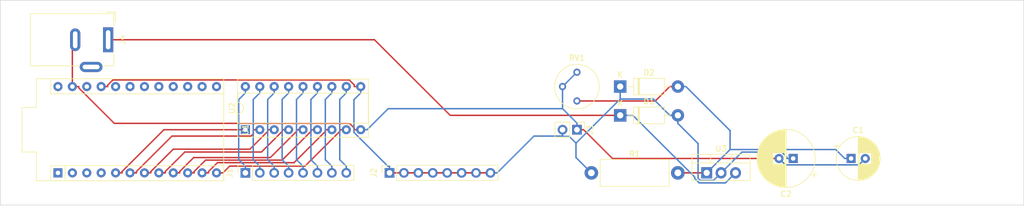
<source format=kicad_pcb>
(kicad_pcb (version 20221018) (generator pcbnew)
  (layers (0 "F.Cu" signal) (31 "B.Cu" signal) (34 "B.Paste" user) (35 "F.Paste" user) (36 "B.SilkS" user "B.Silkscreen") (37 "F.SilkS" user "F.Silkscreen") (38 "B.Mask" user) (39 "F.Mask" user) (44 "Edge.Cuts" user))
  (net 0 "")
  (net 1 "Net-(D2-A)")
  (net 2 "GND")
  (net 3 "VIN")
  (net 4 "VOUT")
  (net 5 "Net-(J1-Pin_1)")
  (net 6 "Net-(J1-Pin_2)")
  (net 7 "Net-(J1-Pin_3)")
  (net 8 "Net-(J1-Pin_4)")
  (net 9 "Net-(J1-Pin_5)")
  (net 10 "Net-(J1-Pin_6)")
  (net 11 "Net-(J1-Pin_7)")
  (net 12 "Net-(J1-Pin_8)")
  (net 24 "Net-(U1-D2)")
  (net 26 "Net-(U1-~D3)")
  (net 27 "Net-(U1-D4{slash}A6)")
  (net 29 "Net-(U1-~D5)")
  (net 30 "Net-(U1-~D6{slash}A7)")
  (net 32 "Net-(U1-D7)")
  (net 33 "Net-(U1-D8{slash}A8)")
  (net 34 "Net-(U1-~D9{slash}A9)")
  (footprint "Arduino:Sparkfun_Pro_Micro" (layer "F.Cu") (at 71.12 127 -90)
    (fp_text reference "U1" (at 7.62 -5.08 90) (layer "F.SilkS"))
    (fp_text value "Sparkfun_Pro_Micro")
    (pad "1" thru_hole rect (at 15.24 27.94 270) (size 1.6 1.6) (drill 0.8) (layers "*.Cu" "*.Mask"))
    (pad "2" thru_hole oval (at 15.24 25.4 270) (size 1.6 1.6) (drill 0.8) (layers "*.Cu" "*.Mask"))
    (pad "3" thru_hole oval (at 15.24 22.86 270) (size 1.6 1.6) (drill 0.8) (layers "*.Cu" "*.Mask"))
    (pad "4" thru_hole oval (at 15.24 20.32 270) (size 1.6 1.6) (drill 0.8) (layers "*.Cu" "*.Mask"))
    (pad "5" thru_hole oval (at 15.24 17.78 270) (size 1.6 1.6) (drill 0.8) (layers "*.Cu" "*.Mask") (net 24 "Net-(U1-D2)"))
    (pad "6" thru_hole oval (at 15.24 15.24 270) (size 1.6 1.6) (drill 0.8) (layers "*.Cu" "*.Mask") (net 26 "Net-(U1-~D3)"))
    (pad "7" thru_hole oval (at 15.24 12.7 270) (size 1.6 1.6) (drill 0.8) (layers "*.Cu" "*.Mask") (net 27 "Net-(U1-D4{slash}A6)"))
    (pad "8" thru_hole oval (at 15.24 10.16 270) (size 1.6 1.6) (drill 0.8) (layers "*.Cu" "*.Mask") (net 29 "Net-(U1-~D5)"))
    (pad "9" thru_hole oval (at 15.24 7.62 270) (size 1.6 1.6) (drill 0.8) (layers "*.Cu" "*.Mask") (net 30 "Net-(U1-~D6{slash}A7)"))
    (pad "10" thru_hole oval (at 15.24 5.08 270) (size 1.6 1.6) (drill 0.8) (layers "*.Cu" "*.Mask") (net 32 "Net-(U1-D7)"))
    (pad "11" thru_hole oval (at 15.24 2.54 270) (size 1.6 1.6) (drill 0.8) (layers "*.Cu" "*.Mask") (net 33 "Net-(U1-D8{slash}A8)"))
    (pad "12" thru_hole oval (at 15.24 0 270) (size 1.6 1.6) (drill 0.8) (layers "*.Cu" "*.Mask") (net 34 "Net-(U1-~D9{slash}A9)"))
    (pad "13" thru_hole oval (at 0 0 270) (size 1.6 1.6) (drill 0.8) (layers "*.Cu" "*.Mask"))
    (pad "14" thru_hole oval (at 0 2.54 270) (size 1.6 1.6) (drill 0.8) (layers "*.Cu" "*.Mask"))
    (pad "15" thru_hole oval (at 0 5.08 270) (size 1.6 1.6) (drill 0.8) (layers "*.Cu" "*.Mask"))
    (pad "16" thru_hole oval (at 0 7.62 270) (size 1.6 1.6) (drill 0.8) (layers "*.Cu" "*.Mask"))
    (pad "17" thru_hole oval (at 0 10.16 270) (size 1.6 1.6) (drill 0.8) (layers "*.Cu" "*.Mask"))
    (pad "18" thru_hole oval (at 0 12.7 270) (size 1.6 1.6) (drill 0.8) (layers "*.Cu" "*.Mask"))
    (pad "19" thru_hole oval (at 0 15.24 270) (size 1.6 1.6) (drill 0.8) (layers "*.Cu" "*.Mask"))
    (pad "20" thru_hole oval (at 0 17.78 270) (size 1.6 1.6) (drill 0.8) (layers "*.Cu" "*.Mask"))
    (pad "21" thru_hole oval (at 0 20.32 270) (size 1.6 1.6) (drill 0.8) (layers "*.Cu" "*.Mask") (net 4 "VOUT"))
    (pad "22" thru_hole oval (at 0 22.86 270) (size 1.6 1.6) (drill 0.8) (layers "*.Cu" "*.Mask"))
    (pad "23" thru_hole oval (at 0 25.4 270) (size 1.6 1.6) (drill 0.8) (layers "*.Cu" "*.Mask") (net 2 "GND"))
    (pad "24" thru_hole oval (at 0 27.94 270) (size 1.6 1.6) (drill 0.8) (layers "*.Cu" "*.Mask"))
  )
  (footprint "Diode_THT:D_DO-41_SOD81_P10.16mm_Horizontal" (layer "F.Cu") (at 142.24 132.08)
    (fp_text reference "D1" (at 5.08 -2.47) (layer "F.SilkS"))
    (fp_text value "1N4001")
    (fp_text user "K" (at 0 -2.1) (layer "F.SilkS"))
    (pad "1" thru_hole rect (at 0 0) (size 2.2 2.2) (drill 1.1) (layers "*.Cu" "*.Mask") (net 3 "VIN"))
    (pad "2" thru_hole oval (at 10.16 0) (size 2.2 2.2) (drill 1.1) (layers "*.Cu" "*.Mask") (net 4 "VOUT"))
  )
  (footprint "Capacitor_THT:CP_Radial_D10.0mm_P2.50mm" (layer "F.Cu") (at 172.72 139.7 180)
    (fp_text reference "C2" (at 1.25 -6.25) (layer "F.SilkS"))
    (fp_text value "C_Polarized")
    (pad "1" thru_hole rect (at 0 0 180) (size 1.6 1.6) (drill 0.8) (layers "*.Cu" "*.Mask") (net 4 "VOUT"))
    (pad "2" thru_hole circle (at 2.5 0 180) (size 1.6 1.6) (drill 0.8) (layers "*.Cu" "*.Mask") (net 2 "GND"))
  )
  (footprint "Connector Barrel Jack - Community:BarrelJack_Wuerth_6941xx301002" (layer "F.Cu") (at 52.02 118.73 -90)
    (fp_text reference "J4" (at 0 -2.5 90) (layer "F.SilkS"))
    (fp_text value "Barrel_Jack")
    (pad "1" thru_hole rect (at 0 0 270) (size 4.4 1.8) (drill oval 3.4 0.8) (layers "*.Cu" "*.Mask") (net 3 "VIN"))
    (pad "2" thru_hole oval (at 0 5.8 270) (size 4 1.8) (drill oval 3 0.8) (layers "*.Cu" "*.Mask") (net 2 "GND"))
    (pad "3" thru_hole oval (at 4.8 3) (size 4 1.8) (drill oval 3 0.8) (layers "*.Cu" "*.Mask"))
  )
  (footprint "Package_DIP:DIP-18_W7.62mm_Socket" (layer "F.Cu") (at 76.2 134.62 90)
    (fp_text reference "U2" (at 3.81 -2.33 90) (layer "F.SilkS"))
    (fp_text value "ULN2803A")
    (pad "1" thru_hole rect (at 0 0 90) (size 1.6 1.6) (drill 0.8) (layers "*.Cu" "*.Mask") (net 24 "Net-(U1-D2)"))
    (pad "2" thru_hole oval (at 0 2.54 90) (size 1.6 1.6) (drill 0.8) (layers "*.Cu" "*.Mask") (net 26 "Net-(U1-~D3)"))
    (pad "3" thru_hole oval (at 0 5.08 90) (size 1.6 1.6) (drill 0.8) (layers "*.Cu" "*.Mask") (net 27 "Net-(U1-D4{slash}A6)"))
    (pad "4" thru_hole oval (at 0 7.62 90) (size 1.6 1.6) (drill 0.8) (layers "*.Cu" "*.Mask") (net 29 "Net-(U1-~D5)"))
    (pad "5" thru_hole oval (at 0 10.16 90) (size 1.6 1.6) (drill 0.8) (layers "*.Cu" "*.Mask") (net 30 "Net-(U1-~D6{slash}A7)"))
    (pad "6" thru_hole oval (at 0 12.7 90) (size 1.6 1.6) (drill 0.8) (layers "*.Cu" "*.Mask") (net 32 "Net-(U1-D7)"))
    (pad "7" thru_hole oval (at 0 15.24 90) (size 1.6 1.6) (drill 0.8) (layers "*.Cu" "*.Mask") (net 33 "Net-(U1-D8{slash}A8)"))
    (pad "8" thru_hole oval (at 0 17.78 90) (size 1.6 1.6) (drill 0.8) (layers "*.Cu" "*.Mask") (net 34 "Net-(U1-~D9{slash}A9)"))
    (pad "9" thru_hole oval (at 0 20.32 90) (size 1.6 1.6) (drill 0.8) (layers "*.Cu" "*.Mask") (net 2 "GND"))
    (pad "10" thru_hole oval (at 7.62 20.32 90) (size 1.6 1.6) (drill 0.8) (layers "*.Cu" "*.Mask") (net 4 "VOUT"))
    (pad "11" thru_hole oval (at 7.62 17.78 90) (size 1.6 1.6) (drill 0.8) (layers "*.Cu" "*.Mask") (net 12 "Net-(J1-Pin_8)"))
    (pad "12" thru_hole oval (at 7.62 15.24 90) (size 1.6 1.6) (drill 0.8) (layers "*.Cu" "*.Mask") (net 11 "Net-(J1-Pin_7)"))
    (pad "13" thru_hole oval (at 7.62 12.7 90) (size 1.6 1.6) (drill 0.8) (layers "*.Cu" "*.Mask") (net 10 "Net-(J1-Pin_6)"))
    (pad "14" thru_hole oval (at 7.62 10.16 90) (size 1.6 1.6) (drill 0.8) (layers "*.Cu" "*.Mask") (net 9 "Net-(J1-Pin_5)"))
    (pad "15" thru_hole oval (at 7.62 7.62 90) (size 1.6 1.6) (drill 0.8) (layers "*.Cu" "*.Mask") (net 8 "Net-(J1-Pin_4)"))
    (pad "16" thru_hole oval (at 7.62 5.08 90) (size 1.6 1.6) (drill 0.8) (layers "*.Cu" "*.Mask") (net 7 "Net-(J1-Pin_3)"))
    (pad "17" thru_hole oval (at 7.62 2.54 90) (size 1.6 1.6) (drill 0.8) (layers "*.Cu" "*.Mask") (net 6 "Net-(J1-Pin_2)"))
    (pad "18" thru_hole oval (at 7.62 0 90) (size 1.6 1.6) (drill 0.8) (layers "*.Cu" "*.Mask") (net 5 "Net-(J1-Pin_1)"))
  )
  (footprint "Connector_PinSocket_2.54mm:PinSocket_1x08_P2.54mm_Vertical" (layer "F.Cu") (at 76.2 142.24 90)
    (fp_text reference "J1" (at 0 -2.77 90) (layer "F.SilkS"))
    (fp_text value "Conn_01x08_Pin")
    (pad "1" thru_hole rect (at 0 0 90) (size 1.7 1.7) (drill 1) (layers "*.Cu" "*.Mask") (net 5 "Net-(J1-Pin_1)"))
    (pad "2" thru_hole oval (at 0 2.54 90) (size 1.7 1.7) (drill 1) (layers "*.Cu" "*.Mask") (net 6 "Net-(J1-Pin_2)"))
    (pad "3" thru_hole oval (at 0 5.08 90) (size 1.7 1.7) (drill 1) (layers "*.Cu" "*.Mask") (net 7 "Net-(J1-Pin_3)"))
    (pad "4" thru_hole oval (at 0 7.62 90) (size 1.7 1.7) (drill 1) (layers "*.Cu" "*.Mask") (net 8 "Net-(J1-Pin_4)"))
    (pad "5" thru_hole oval (at 0 10.16 90) (size 1.7 1.7) (drill 1) (layers "*.Cu" "*.Mask") (net 9 "Net-(J1-Pin_5)"))
    (pad "6" thru_hole oval (at 0 12.7 90) (size 1.7 1.7) (drill 1) (layers "*.Cu" "*.Mask") (net 10 "Net-(J1-Pin_6)"))
    (pad "7" thru_hole oval (at 0 15.24 90) (size 1.7 1.7) (drill 1) (layers "*.Cu" "*.Mask") (net 11 "Net-(J1-Pin_7)"))
    (pad "8" thru_hole oval (at 0 17.78 90) (size 1.7 1.7) (drill 1) (layers "*.Cu" "*.Mask") (net 12 "Net-(J1-Pin_8)"))
  )
  (footprint "Potentiometer_THT:Potentiometer_Bourns_3339P_Vertical" (layer "F.Cu") (at 134.62 129.54)
    (fp_text reference "RV1" (at 0 -7.6) (layer "F.SilkS"))
    (fp_text value "R_Potentiometer_Trim")
    (pad "1" thru_hole circle (at 0 0) (size 1.26 1.26) (drill 0.7) (layers "*.Cu" "*.Mask") (net 1 "Net-(D2-A)"))
    (pad "2" thru_hole circle (at -2.54 -2.54) (size 1.26 1.26) (drill 0.7) (layers "*.Cu" "*.Mask") (net 2 "GND"))
    (pad "3" thru_hole circle (at 0 -5.08) (size 1.26 1.26) (drill 0.7) (layers "*.Cu" "*.Mask") (net 2 "GND"))
  )
  (footprint "Resistor_THT:R_Axial_DIN0414_L11.9mm_D4.5mm_P15.24mm_Horizontal" (layer "F.Cu") (at 137.16 142.24)
    (fp_text reference "R1" (at 7.62 -3.37) (layer "F.SilkS"))
    (fp_text value "R")
    (pad "1" thru_hole circle (at 0 0) (size 2.4 2.4) (drill 1.2) (layers "*.Cu" "*.Mask") (net 4 "VOUT"))
    (pad "2" thru_hole oval (at 15.24 0) (size 2.4 2.4) (drill 1.2) (layers "*.Cu" "*.Mask") (net 1 "Net-(D2-A)"))
  )
  (footprint "Package_TO_SOT_THT:TO-220-3_Vertical" (layer "F.Cu") (at 157.48 142.24)
    (fp_text reference "U3" (at 2.54 -4.27) (layer "F.SilkS"))
    (fp_text value "LM317_TO-220")
    (pad "1" thru_hole rect (at 0 0) (size 1.905 2) (drill 1.1) (layers "*.Cu" "*.Mask") (net 1 "Net-(D2-A)"))
    (pad "2" thru_hole oval (at 2.54 0) (size 1.905 2) (drill 1.1) (layers "*.Cu" "*.Mask") (net 4 "VOUT"))
    (pad "3" thru_hole oval (at 5.08 0) (size 1.905 2) (drill 1.1) (layers "*.Cu" "*.Mask") (net 3 "VIN"))
  )
  (footprint "Capacitor_THT:CP_Radial_D7.5mm_P2.50mm" (layer "F.Cu") (at 182.92 139.7)
    (fp_text reference "C1" (at 1.25 -5) (layer "F.SilkS"))
    (fp_text value "C_Polarized")
    (pad "1" thru_hole rect (at 0 0) (size 1.6 1.6) (drill 0.8) (layers "*.Cu" "*.Mask") (net 1 "Net-(D2-A)"))
    (pad "2" thru_hole circle (at 2.5 0) (size 1.6 1.6) (drill 0.8) (layers "*.Cu" "*.Mask") (net 2 "GND"))
  )
  (footprint "Connector_PinSocket_2.54mm:PinSocket_1x08_P2.54mm_Vertical" (layer "F.Cu") (at 101.6 142.24 90)
    (fp_text reference "J2" (at 0 -2.77 90) (layer "F.SilkS"))
    (fp_text value "Conn_01x08_Pin")
    (pad "1" thru_hole rect (at 0 0 90) (size 1.7 1.7) (drill 1) (layers "*.Cu" "*.Mask") (net 4 "VOUT"))
    (pad "2" thru_hole oval (at 0 2.54 90) (size 1.7 1.7) (drill 1) (layers "*.Cu" "*.Mask") (net 4 "VOUT"))
    (pad "3" thru_hole oval (at 0 5.08 90) (size 1.7 1.7) (drill 1) (layers "*.Cu" "*.Mask") (net 4 "VOUT"))
    (pad "4" thru_hole oval (at 0 7.62 90) (size 1.7 1.7) (drill 1) (layers "*.Cu" "*.Mask") (net 4 "VOUT"))
    (pad "5" thru_hole oval (at 0 10.16 90) (size 1.7 1.7) (drill 1) (layers "*.Cu" "*.Mask") (net 4 "VOUT"))
    (pad "6" thru_hole oval (at 0 12.7 90) (size 1.7 1.7) (drill 1) (layers "*.Cu" "*.Mask") (net 4 "VOUT"))
    (pad "7" thru_hole oval (at 0 15.24 90) (size 1.7 1.7) (drill 1) (layers "*.Cu" "*.Mask") (net 4 "VOUT"))
    (pad "8" thru_hole oval (at 0 17.78 90) (size 1.7 1.7) (drill 1) (layers "*.Cu" "*.Mask") (net 4 "VOUT"))
  )
  (footprint "Diode_THT:D_DO-41_SOD81_P10.16mm_Horizontal" (layer "F.Cu") (at 142.24 127)
    (fp_text reference "D2" (at 5.08 -2.47) (layer "F.SilkS"))
    (fp_text value "1N4001")
    (fp_text user "K" (at 0 -2.1) (layer "F.SilkS"))
    (pad "1" thru_hole rect (at 0 0) (size 2.2 2.2) (drill 1.1) (layers "*.Cu" "*.Mask") (net 4 "VOUT"))
    (pad "2" thru_hole oval (at 10.16 0) (size 2.2 2.2) (drill 1.1) (layers "*.Cu" "*.Mask") (net 1 "Net-(D2-A)"))
  )
  (footprint "Connector_PinHeader_2.54mm:PinHeader_1x02_P2.54mm_Vertical" (layer "F.Cu") (at 134.62 134.62 -90)
    (fp_text reference "J3" (at 0 -2.33 90) (layer "F.SilkS"))
    (fp_text value "Conn_01x02_Pin")
    (pad "1" thru_hole rect (at 0 0 270) (size 1.7 1.7) (drill 1) (layers "*.Cu" "*.Mask") (net 2 "GND"))
    (pad "2" thru_hole oval (at 0 2.54 270) (size 1.7 1.7) (drill 1) (layers "*.Cu" "*.Mask") (net 4 "VOUT"))
  )
  (gr_rect (start 33.02 111.76) (end 213.36 147.92) (stroke (width 0.1)) (fill none) (layer "Edge.Cuts"))
  (segment (start 148.4349 129.54) (end 134.62 129.54) (width 0.25) (layer "F.Cu") (net 1))
  (segment (start 150.9749 127) (end 148.4349 129.54) (width 0.25) (layer "F.Cu") (net 1))
  (segment (start 152.4 127) (end 150.9749 127) (width 0.25) (layer "F.Cu") (net 1))
  (segment (start 157.48 142.24) (end 152.4 142.24) (width 0.25) (layer "F.Cu") (net 1))
  (segment (start 181.7949 139.7) (end 180.214 138.1191) (width 0.25) (layer "B.Cu") (net 1))
  (segment (start 152.4 127) (end 153.8251 127) (width 0.25) (layer "B.Cu") (net 1))
  (segment (start 180.214 138.1191) (end 161.6009 138.1191) (width 0.25) (layer "B.Cu") (net 1))
  (segment (start 161.6009 138.1191) (end 157.48 142.24) (width 0.25) (layer "B.Cu") (net 1))
  (segment (start 182.92 139.7) (end 181.7949 139.7) (width 0.25) (layer "B.Cu") (net 1))
  (segment (start 161.6009 134.7758) (end 153.8251 127) (width 0.25) (layer "B.Cu") (net 1))
  (segment (start 161.6009 138.1191) (end 161.6009 134.7758) (width 0.25) (layer "B.Cu") (net 1))
  (segment (start 135.7951 134.62) (end 140.8751 139.7) (width 0.25) (layer "F.Cu") (net 2))
  (segment (start 134.62 134.62) (end 135.7951 134.62) (width 0.25) (layer "F.Cu") (net 2))
  (segment (start 94.5512 133.4949) (end 53.1068 133.4949) (width 0.25) (layer "F.Cu") (net 2))
  (segment (start 53.1068 133.4949) (end 46.8451 127.2332) (width 0.25) (layer "F.Cu") (net 2))
  (segment (start 140.8751 139.7) (end 170.22 139.7) (width 0.25) (layer "F.Cu") (net 2))
  (segment (start 96.52 134.62) (end 95.3949 134.62) (width 0.25) (layer "F.Cu") (net 2))
  (segment (start 46.8451 127.2332) (end 46.8451 127) (width 0.25) (layer "F.Cu") (net 2))
  (segment (start 95.3949 134.3386) (end 94.5512 133.4949) (width 0.25) (layer "F.Cu") (net 2))
  (segment (start 45.72 118.73) (end 45.72 127) (width 0.25) (layer "F.Cu") (net 2))
  (segment (start 45.72 127) (end 46.8451 127) (width 0.25) (layer "F.Cu") (net 2))
  (segment (start 95.3949 134.62) (end 95.3949 134.3386) (width 0.25) (layer "F.Cu") (net 2))
  (segment (start 134.62 133.4449) (end 132.08 130.9049) (width 0.25) (layer "B.Cu") (net 2))
  (segment (start 132.08 130.9049) (end 132.08 127) (width 0.25) (layer "B.Cu") (net 2))
  (segment (start 171.3452 140.8252) (end 170.22 139.7) (width 0.25) (layer "B.Cu") (net 2))
  (segment (start 96.52 134.62) (end 97.6451 134.62) (width 0.25) (layer "B.Cu") (net 2))
  (segment (start 184.2948 140.8252) (end 171.3452 140.8252) (width 0.25) (layer "B.Cu") (net 2))
  (segment (start 185.42 139.7) (end 184.2948 140.8252) (width 0.25) (layer "B.Cu") (net 2))
  (segment (start 134.62 134.62) (end 134.62 133.4449) (width 0.25) (layer "B.Cu") (net 2))
  (segment (start 134.62 124.46) (end 132.08 127) (width 0.25) (layer "B.Cu") (net 2))
  (segment (start 132.08 130.9049) (end 101.3602 130.9049) (width 0.25) (layer "B.Cu") (net 2))
  (segment (start 101.3602 130.9049) (end 97.6451 134.62) (width 0.25) (layer "B.Cu") (net 2))
  (segment (start 112.2878 132.08) (end 98.9378 118.73) (width 0.25) (layer "F.Cu") (net 3))
  (segment (start 142.24 132.08) (end 112.2878 132.08) (width 0.25) (layer "F.Cu") (net 3))
  (segment (start 98.9378 118.73) (end 52.02 118.73) (width 0.25) (layer "F.Cu") (net 3))
  (segment (start 142.24 132.08) (end 144.4674 132.08) (width 0.25) (layer "B.Cu") (net 3))
  (segment (start 156.164 144.0153) (end 160.7847 144.0153) (width 0.25) (layer "B.Cu") (net 3))
  (segment (start 160.7847 144.0153) (end 162.56 142.24) (width 0.25) (layer "B.Cu") (net 3))
  (segment (start 144.4674 132.08) (end 155.3518 142.9644) (width 0.25) (layer "B.Cu") (net 3))
  (segment (start 155.3518 143.2031) (end 156.164 144.0153) (width 0.25) (layer "B.Cu") (net 3))
  (segment (start 155.3518 142.9644) (end 155.3518 143.2031) (width 0.25) (layer "B.Cu") (net 3))
  (segment (start 119.38 142.24) (end 116.84 142.24) (width 0.25) (layer "F.Cu") (net 4))
  (segment (start 96.52 127) (end 95.3949 127) (width 0.25) (layer "F.Cu") (net 4))
  (segment (start 52.864 125.8279) (end 51.9251 126.7668) (width 0.25) (layer "F.Cu") (net 4))
  (segment (start 95.3949 127) (end 95.3949 126.7187) (width 0.25) (layer "F.Cu") (net 4))
  (segment (start 94.5041 125.8279) (end 52.864 125.8279) (width 0.25) (layer "F.Cu") (net 4))
  (segment (start 104.14 142.24) (end 101.6 142.24) (width 0.25) (layer "F.Cu") (net 4))
  (segment (start 116.84 142.24) (end 114.3 142.24) (width 0.25) (layer "F.Cu") (net 4))
  (segment (start 114.3 142.24) (end 111.76 142.24) (width 0.25) (layer "F.Cu") (net 4))
  (segment (start 111.76 142.24) (end 109.22 142.24) (width 0.25) (layer "F.Cu") (net 4))
  (segment (start 106.68 142.24) (end 104.14 142.24) (width 0.25) (layer "F.Cu") (net 4))
  (segment (start 109.22 142.24) (end 106.68 142.24) (width 0.25) (layer "F.Cu") (net 4))
  (segment (start 95.3949 126.7187) (end 94.5041 125.8279) (width 0.25) (layer "F.Cu") (net 4))
  (segment (start 50.8 127) (end 51.9251 127) (width 0.25) (layer "F.Cu") (net 4))
  (segment (start 51.9251 126.7668) (end 51.9251 127) (width 0.25) (layer "F.Cu") (net 4))
  (segment (start 148.097 129.2021) (end 150.9749 132.08) (width 0.25) (layer "B.Cu") (net 4))
  (segment (start 152.4 132.08) (end 150.9749 132.08) (width 0.25) (layer "B.Cu") (net 4))
  (segment (start 95.3294 135.0881) (end 95.3294 129.3157) (width 0.25) (layer "B.Cu") (net 4))
  (segment (start 160.02 142.24) (end 158.6948 143.5652) (width 0.25) (layer "B.Cu") (net 4))
  (segment (start 134.451 139.531) (end 134.451 136.9911) (width 0.25) (layer "B.Cu") (net 4))
  (segment (start 101.6 142.24) (end 101.6 141.0649) (width 0.25) (layer "B.Cu") (net 4))
  (segment (start 132.08 134.62) (end 132.08 135.6575) (width 0.25) (layer "B.Cu") (net 4))
  (segment (start 171.5949 139.7) (end 171.5949 139.4576) (width 0.25) (layer "B.Cu") (net 4))
  (segment (start 127.0499 135.7452) (end 120.5551 142.24) (width 0.25) (layer "B.Cu") (net 4))
  (segment (start 96.52 127) (end 96.52 128.1251) (width 0.25) (layer "B.Cu") (net 4))
  (segment (start 155.9612 137.0663) (end 152.4 133.5051) (width 0.25) (layer "B.Cu") (net 4))
  (segment (start 142.24 129.2021) (end 148.097 129.2021) (width 0.25) (layer "B.Cu") (net 4))
  (segment (start 170.7065 138.5692) (end 163.6908 138.5692) (width 0.25) (layer "B.Cu") (net 4))
  (segment (start 172.72 139.7) (end 171.5949 139.7) (width 0.25) (layer "B.Cu") (net 4))
  (segment (start 134.451 136.9911) (end 142.24 129.2021) (width 0.25) (layer "B.Cu") (net 4))
  (segment (start 132.08 135.6575) (end 132.08 135.7452) (width 0.25) (layer "B.Cu") (net 4))
  (segment (start 142.24 129.2021) (end 142.24 127) (width 0.25) (layer "B.Cu") (net 4))
  (segment (start 119.38 142.24) (end 120.5551 142.24) (width 0.25) (layer "B.Cu") (net 4))
  (segment (start 158.6948 143.5652) (end 156.3505 143.5652) (width 0.25) (layer "B.Cu") (net 4))
  (segment (start 95.3294 129.3157) (end 96.52 128.1251) (width 0.25) (layer "B.Cu") (net 4))
  (segment (start 133.255 135.7951) (end 134.451 136.9911) (width 0.25) (layer "B.Cu") (net 4))
  (segment (start 163.6908 138.5692) (end 160.02 142.24) (width 0.25) (layer "B.Cu") (net 4))
  (segment (start 171.5949 139.4576) (end 170.7065 138.5692) (width 0.25) (layer "B.Cu") (net 4))
  (segment (start 152.4 132.08) (end 152.4 133.5051) (width 0.25) (layer "B.Cu") (net 4))
  (segment (start 137.16 142.24) (end 134.451 139.531) (width 0.25) (layer "B.Cu") (net 4))
  (segment (start 132.08 135.7452) (end 127.0499 135.7452) (width 0.25) (layer "B.Cu") (net 4))
  (segment (start 101.3062 141.0649) (end 95.3294 135.0881) (width 0.25) (layer "B.Cu") (net 4))
  (segment (start 132.08 135.7951) (end 133.255 135.7951) (width 0.25) (layer "B.Cu") (net 4))
  (segment (start 155.9612 143.1759) (end 155.9612 137.0663) (width 0.25) (layer "B.Cu") (net 4))
  (segment (start 156.3505 143.5652) (end 155.9612 143.1759) (width 0.25) (layer "B.Cu") (net 4))
  (segment (start 132.08 135.7452) (end 132.08 135.7951) (width 0.25) (layer "B.Cu") (net 4))
  (segment (start 101.6 141.0649) (end 101.3062 141.0649) (width 0.25) (layer "B.Cu") (net 4))
  (segment (start 75.0259 139.8908) (end 75.0259 129.2992) (width 0.25) (layer "B.Cu") (net 5))
  (segment (start 76.2 141.0649) (end 75.0259 139.8908) (width 0.25) (layer "B.Cu") (net 5))
  (segment (start 75.0259 129.2992) (end 76.2 128.1251) (width 0.25) (layer "B.Cu") (net 5))
  (segment (start 76.2 127) (end 76.2 128.1251) (width 0.25) (layer "B.Cu") (net 5))
  (segment (start 76.2 142.24) (end 76.2 141.0649) (width 0.25) (layer "B.Cu") (net 5))
  (segment (start 78.74 141.0649) (end 77.5905 139.9154) (width 0.25) (layer "B.Cu") (net 6))
  (segment (start 78.74 142.24) (end 78.74 141.0649) (width 0.25) (layer "B.Cu") (net 6))
  (segment (start 77.5905 139.9154) (end 77.5905 129.2746) (width 0.25) (layer "B.Cu") (net 6))
  (segment (start 78.74 127) (end 78.74 128.1251) (width 0.25) (layer "B.Cu") (net 6))
  (segment (start 77.5905 129.2746) (end 78.74 128.1251) (width 0.25) (layer "B.Cu") (net 6))
  (segment (start 81.28 142.24) (end 81.28 141.0649) (width 0.25) (layer "B.Cu") (net 7))
  (segment (start 81.28 127) (end 81.28 128.1251) (width 0.25) (layer "B.Cu") (net 7))
  (segment (start 80.1305 129.2746) (end 81.28 128.1251) (width 0.25) (layer "B.Cu") (net 7))
  (segment (start 80.1305 139.9154) (end 80.1305 129.2746) (width 0.25) (layer "B.Cu") (net 7))
  (segment (start 81.28 141.0649) (end 80.1305 139.9154) (width 0.25) (layer "B.Cu") (net 7))
  (segment (start 83.82 141.0649) (end 82.6806 139.9255) (width 0.25) (layer "B.Cu") (net 8))
  (segment (start 83.82 127) (end 83.82 128.1251) (width 0.25) (layer "B.Cu") (net 8))
  (segment (start 82.6806 139.9255) (end 82.6806 129.2645) (width 0.25) (layer "B.Cu") (net 8))
  (segment (start 82.6806 129.2645) (end 83.82 128.1251) (width 0.25) (layer "B.Cu") (net 8))
  (segment (start 83.82 142.24) (end 83.82 141.0649) (width 0.25) (layer "B.Cu") (net 8))
  (segment (start 85.2105 129.2746) (end 86.36 128.1251) (width 0.25) (layer "B.Cu") (net 9))
  (segment (start 85.2105 139.9154) (end 85.2105 129.2746) (width 0.25) (layer "B.Cu") (net 9))
  (segment (start 86.36 127) (end 86.36 128.1251) (width 0.25) (layer "B.Cu") (net 9))
  (segment (start 86.36 142.24) (end 86.36 141.0649) (width 0.25) (layer "B.Cu") (net 9))
  (segment (start 86.36 141.0649) (end 85.2105 139.9154) (width 0.25) (layer "B.Cu") (net 9))
  (segment (start 88.9 142.24) (end 88.9 141.0649) (width 0.25) (layer "B.Cu") (net 10))
  (segment (start 87.7505 139.9154) (end 87.7505 129.2746) (width 0.25) (layer "B.Cu") (net 10))
  (segment (start 87.7505 129.2746) (end 88.9 128.1251) (width 0.25) (layer "B.Cu") (net 10))
  (segment (start 88.9 127) (end 88.9 128.1251) (width 0.25) (layer "B.Cu") (net 10))
  (segment (start 88.9 141.0649) (end 87.7505 139.9154) (width 0.25) (layer "B.Cu") (net 10))
  (segment (start 91.44 142.24) (end 91.44 141.0649) (width 0.25) (layer "B.Cu") (net 11))
  (segment (start 91.44 141.0649) (end 90.2905 139.9154) (width 0.25) (layer "B.Cu") (net 11))
  (segment (start 90.2905 139.9154) (end 90.2905 129.2746) (width 0.25) (layer "B.Cu") (net 11))
  (segment (start 90.2905 129.2746) (end 91.44 128.1251) (width 0.25) (layer "B.Cu") (net 11))
  (segment (start 91.44 127) (end 91.44 128.1251) (width 0.25) (layer "B.Cu") (net 11))
  (segment (start 93.98 141.0649) (end 92.8305 139.9154) (width 0.25) (layer "B.Cu") (net 12))
  (segment (start 93.98 127) (end 93.98 128.1251) (width 0.25) (layer "B.Cu") (net 12))
  (segment (start 92.8305 139.9154) (end 92.8305 129.2746) (width 0.25) (layer "B.Cu") (net 12))
  (segment (start 93.98 142.24) (end 93.98 141.0649) (width 0.25) (layer "B.Cu") (net 12))
  (segment (start 92.8305 129.2746) (end 93.98 128.1251) (width 0.25) (layer "B.Cu") (net 12))
  (segment (start 76.2 134.62) (end 61.8519 134.62) (width 0.25) (layer "F.Cu") (net 24))
  (segment (start 61.8519 134.62) (end 54.4651 142.0068) (width 0.25) (layer "F.Cu") (net 24))
  (segment (start 54.4651 142.0068) (end 54.4651 142.24) (width 0.25) (layer "F.Cu") (net 24))
  (segment (start 53.34 142.24) (end 54.4651 142.24) (width 0.25) (layer "F.Cu") (net 24))
  (segment (start 77.6149 134.62) (end 77.6149 135.3232) (width 0.25) (layer "F.Cu") (net 26))
  (segment (start 63.2668 135.7451) (end 57.0051 142.0068) (width 0.25) (layer "F.Cu") (net 26))
  (segment (start 77.6149 135.3232) (end 77.193 135.7451) (width 0.25) (layer "F.Cu") (net 26))
  (segment (start 57.0051 142.0068) (end 57.0051 142.24) (width 0.25) (layer "F.Cu") (net 26))
  (segment (start 55.88 142.24) (end 57.0051 142.24) (width 0.25) (layer "F.Cu") (net 26))
  (segment (start 77.193 135.7451) (end 63.2668 135.7451) (width 0.25) (layer "F.Cu") (net 26))
  (segment (start 78.74 134.62) (end 77.6149 134.62) (width 0.25) (layer "F.Cu") (net 26))
  (segment (start 81.28 134.62) (end 80.1549 134.62) (width 0.25) (layer "F.Cu") (net 27))
  (segment (start 59.5451 142.0067) (end 63.4967 138.0551) (width 0.25) (layer "F.Cu") (net 27))
  (segment (start 77.0011 138.0551) (end 80.1549 134.9013) (width 0.25) (layer "F.Cu") (net 27))
  (segment (start 58.42 142.24) (end 59.5451 142.24) (width 0.25) (layer "F.Cu") (net 27))
  (segment (start 59.5451 142.24) (end 59.5451 142.0067) (width 0.25) (layer "F.Cu") (net 27))
  (segment (start 63.4967 138.0551) (end 77.0011 138.0551) (width 0.25) (layer "F.Cu") (net 27))
  (segment (start 80.1549 134.9013) (end 80.1549 134.62) (width 0.25) (layer "F.Cu") (net 27))
  (segment (start 65.5321 138.5598) (end 79.0364 138.5598) (width 0.25) (layer "F.Cu") (net 29))
  (segment (start 83.82 134.62) (end 82.6949 134.62) (width 0.25) (layer "F.Cu") (net 29))
  (segment (start 62.0851 142.24) (end 62.0851 142.0068) (width 0.25) (layer "F.Cu") (net 29))
  (segment (start 82.6949 134.9013) (end 82.6949 134.62) (width 0.25) (layer "F.Cu") (net 29))
  (segment (start 62.0851 142.0068) (end 65.5321 138.5598) (width 0.25) (layer "F.Cu") (net 29))
  (segment (start 60.96 142.24) (end 62.0851 142.24) (width 0.25) (layer "F.Cu") (net 29))
  (segment (start 79.0364 138.5598) (end 82.6949 134.9013) (width 0.25) (layer "F.Cu") (net 29))
  (segment (start 80.5985 139.5378) (end 67.0941 139.5378) (width 0.25) (layer "F.Cu") (net 30))
  (segment (start 85.2349 134.62) (end 85.2349 134.9014) (width 0.25) (layer "F.Cu") (net 30))
  (segment (start 64.6251 142.0068) (end 64.6251 142.24) (width 0.25) (layer "F.Cu") (net 30))
  (segment (start 85.2349 134.9014) (end 80.5985 139.5378) (width 0.25) (layer "F.Cu") (net 30))
  (segment (start 86.36 134.62) (end 85.2349 134.62) (width 0.25) (layer "F.Cu") (net 30))
  (segment (start 67.0941 139.5378) (end 64.6251 142.0068) (width 0.25) (layer "F.Cu") (net 30))
  (segment (start 63.5 142.24) (end 64.6251 142.24) (width 0.25) (layer "F.Cu") (net 30))
  (segment (start 67.1651 142.0068) (end 67.1651 142.24) (width 0.25) (layer "F.Cu") (net 32))
  (segment (start 87.7749 134.9013) (end 82.6883 139.9879) (width 0.25) (layer "F.Cu") (net 32))
  (segment (start 88.9 134.62) (end 87.7749 134.62) (width 0.25) (layer "F.Cu") (net 32))
  (segment (start 66.04 142.24) (end 67.1651 142.24) (width 0.25) (layer "F.Cu") (net 32))
  (segment (start 87.7749 134.62) (end 87.7749 134.9013) (width 0.25) (layer "F.Cu") (net 32))
  (segment (start 82.6883 139.9879) (end 69.184 139.9879) (width 0.25) (layer "F.Cu") (net 32))
  (segment (start 69.184 139.9879) (end 67.1651 142.0068) (width 0.25) (layer "F.Cu") (net 32))
  (segment (start 71.2739 140.438) (end 69.7051 142.0068) (width 0.25) (layer "F.Cu") (net 33))
  (segment (start 68.58 142.24) (end 69.7051 142.24) (width 0.25) (layer "F.Cu") (net 33))
  (segment (start 84.7782 140.438) (end 71.2739 140.438) (width 0.25) (layer "F.Cu") (net 33))
  (segment (start 90.3149 134.62) (end 90.3149 134.9013) (width 0.25) (layer "F.Cu") (net 33))
  (segment (start 90.3149 134.9013) (end 84.7782 140.438) (width 0.25) (layer "F.Cu") (net 33))
  (segment (start 69.7051 142.0068) (end 69.7051 142.24) (width 0.25) (layer "F.Cu") (net 33))
  (segment (start 91.44 134.62) (end 90.3149 134.62) (width 0.25) (layer "F.Cu") (net 33))
  (segment (start 73.438 141.0471) (end 72.2451 142.24) (width 0.25) (layer "F.Cu") (net 34))
  (segment (start 86.7091 141.0471) (end 73.438 141.0471) (width 0.25) (layer "F.Cu") (net 34))
  (segment (start 71.12 142.24) (end 72.2451 142.24) (width 0.25) (layer "F.Cu") (net 34))
  (segment (start 92.8549 134.62) (end 92.8549 134.9013) (width 0.25) (layer "F.Cu") (net 34))
  (segment (start 93.98 134.62) (end 92.8549 134.62) (width 0.25) (layer "F.Cu") (net 34))
  (segment (start 92.8549 134.9013) (end 86.7091 141.0471) (width 0.25) (layer "F.Cu") (net 34))
)
</source>
